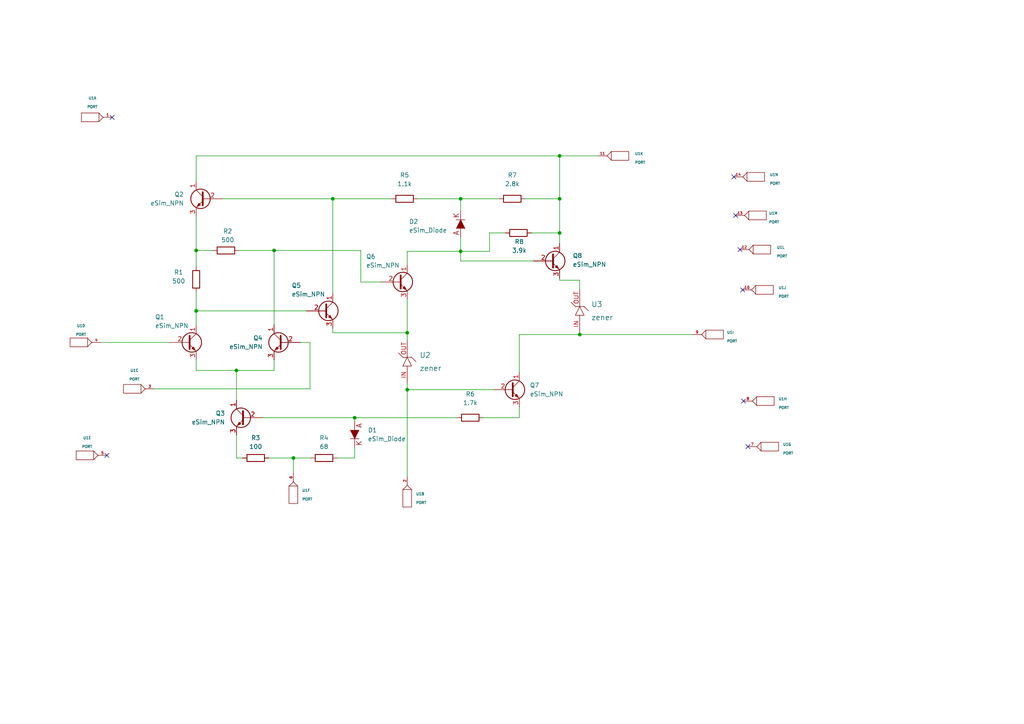
<source format=kicad_sch>
(kicad_sch (version 20211123) (generator eeschema)
  (paper "A4")
  (lib_symbols
    (symbol "eSim_Analog:zener" (pin_names (offset 1.016))
      (property "Reference" "U" (at -1.27 -2.54 0))
      (property "Value" "zener" (at 0 2.54 0))
      (symbol "zener_0_1"
        (polyline (pts (xy 2.54 -1.27) (xy 1.27 -2.54)))
        (polyline (pts (xy 2.54 1.27) (xy 2.54 -1.27)))
        (polyline (pts (xy 2.54 1.27) (xy 3.81 2.54)))
        (polyline (pts (xy 0 1.27) (xy 0 -1.27) (xy 2.54 0) (xy 0 1.27)))
      )
      (symbol "zener_1_1"
        (pin input line (at -5.08 0 0) (length 5.08) (name "~") (number "IN"))
        (pin output line (at 7.62 0 180) (length 5.08) (name "~") (number "OUT"))
      )
    )
    (symbol "eSim_Devices:eSim_Diode" (pin_numbers hide) (pin_names (offset 1.016) hide)
      (property "Reference" "D" (at 0 2.54 0))
      (property "Value" "eSim_Diode" (at 0 -2.54 0))
      (symbol "eSim_Diode_0_0"
        (text "A" (at -2.54 1.27 0) (effects (font (size 1.524 1.524))))
        (text "K" (at 2.54 1.27 0) (effects (font (size 1.524 1.524))))
      )
      (symbol "eSim_Diode_0_1"
        (polyline (pts (xy 1.27 1.27) (xy 1.27 -1.27)) (stroke (width 0.1524)))
        (polyline (pts (xy -1.27 1.27) (xy 1.27 0) (xy -1.27 -1.27)) (fill (type outline)))
      )
      (symbol "eSim_Diode_1_1"
        (pin passive line (at -3.81 0 0) (length 2.54) (name "A") (number "1"))
        (pin passive line (at 3.81 0 180) (length 2.54) (name "K") (number "2"))
      )
    )
    (symbol "eSim_Devices:eSim_NPN" (pin_names (offset 0) hide)
      (property "Reference" "Q" (at -2.54 1.27 0))
      (property "Value" "eSim_NPN" (at -1.27 3.81 0))
      (symbol "eSim_NPN_0_1"
        (polyline (pts (xy 0.635 0.635) (xy 2.54 2.54)))
        (polyline (pts (xy 0.635 -0.635) (xy 2.54 -2.54) (xy 2.54 -2.54)))
        (polyline (pts (xy 0.635 1.905) (xy 0.635 -1.905) (xy 0.635 -1.905)) (stroke (width 0.508)))
        (polyline (pts (xy 1.27 -1.778) (xy 1.778 -1.27) (xy 2.286 -2.286) (xy 1.27 -1.778) (xy 1.27 -1.778)) (fill (type outline)))
        (circle (center 1.27 0) (radius 2.8194) (stroke (width 0.254)))
      )
      (symbol "eSim_NPN_1_1"
        (pin passive line (at 2.54 5.08 270) (length 2.54) (name "C") (number "1"))
        (pin passive line (at -5.08 0 0) (length 5.715) (name "B") (number "2"))
        (pin passive line (at 2.54 -5.08 90) (length 2.54) (name "E") (number "3"))
      )
    )
    (symbol "eSim_Devices:resistor" (pin_numbers hide) (pin_names (offset 0))
      (property "Reference" "R" (at 1.27 3.302 0))
      (property "Value" "resistor" (at 1.27 -1.27 0))
      (symbol "resistor_0_1"
        (rectangle (start 3.81 0.254) (end -1.27 2.286) (stroke (width 0.254)))
      )
      (symbol "resistor_1_1"
        (pin passive line (at -2.54 1.27 0) (length 1.27) (name "~") (number "1"))
        (pin passive line (at 5.08 1.27 180) (length 1.27) (name "~") (number "2"))
      )
    )
    (symbol "eSim_Miscellaneous:PORT" (pin_names (offset 1.016))
      (property "Reference" "U" (at 1.27 2.54 0))
      (property "Value" "PORT" (at 0 0 0))
      (symbol "PORT_0_1"
        (rectangle (start -2.54 1.27) (end 2.54 -1.27))
        (arc (start 2.54 1.27) (mid 3.1355 0.5955) (end 3.81 0))
        (arc (start 3.81 0) (mid 3.1447 -0.6046) (end 2.54 -1.27))
      )
      (symbol "PORT_1_1"
        (pin bidirectional line (at 6.35 0 180) (length 2.54) (name "~") (number "1"))
      )
      (symbol "PORT_2_1"
        (pin bidirectional line (at 6.35 0 180) (length 2.54) (name "~") (number "2"))
      )
      (symbol "PORT_3_1"
        (pin bidirectional line (at 6.35 0 180) (length 2.54) (name "~") (number "3"))
      )
      (symbol "PORT_4_1"
        (pin bidirectional line (at 6.35 0 180) (length 2.54) (name "~") (number "4"))
      )
      (symbol "PORT_5_1"
        (pin bidirectional line (at 6.35 0 180) (length 2.54) (name "~") (number "5"))
      )
      (symbol "PORT_6_1"
        (pin bidirectional line (at 6.35 0 180) (length 2.54) (name "~") (number "6"))
      )
      (symbol "PORT_7_1"
        (pin bidirectional line (at 6.35 0 180) (length 2.54) (name "~") (number "7"))
      )
      (symbol "PORT_8_1"
        (pin bidirectional line (at 6.35 0 180) (length 2.54) (name "~") (number "8"))
      )
      (symbol "PORT_9_1"
        (pin bidirectional line (at 6.35 0 180) (length 2.54) (name "~") (number "9"))
      )
      (symbol "PORT_10_1"
        (pin bidirectional line (at 6.35 0 180) (length 2.54) (name "~") (number "10"))
      )
      (symbol "PORT_11_1"
        (pin bidirectional line (at 6.35 0 180) (length 2.54) (name "~") (number "11"))
      )
      (symbol "PORT_12_1"
        (pin bidirectional line (at 6.35 0 180) (length 2.54) (name "~") (number "12"))
      )
      (symbol "PORT_13_1"
        (pin bidirectional line (at 6.35 0 180) (length 2.54) (name "~") (number "13"))
      )
      (symbol "PORT_14_1"
        (pin bidirectional line (at 6.35 0 180) (length 2.54) (name "~") (number "14"))
      )
      (symbol "PORT_15_1"
        (pin bidirectional line (at 6.35 0 180) (length 2.54) (name "~") (number "15"))
      )
      (symbol "PORT_16_1"
        (pin bidirectional line (at 6.35 0 180) (length 2.54) (name "~") (number "16"))
      )
      (symbol "PORT_17_1"
        (pin bidirectional line (at 6.35 0 180) (length 2.54) (name "~") (number "17"))
      )
      (symbol "PORT_18_1"
        (pin bidirectional line (at 6.35 0 180) (length 2.54) (name "~") (number "18"))
      )
      (symbol "PORT_19_1"
        (pin bidirectional line (at 6.35 0 180) (length 2.54) (name "~") (number "19"))
      )
      (symbol "PORT_20_1"
        (pin bidirectional line (at 6.35 0 180) (length 2.54) (name "~") (number "20"))
      )
      (symbol "PORT_21_1"
        (pin bidirectional line (at 6.35 0 180) (length 2.54) (name "~") (number "21"))
      )
      (symbol "PORT_22_1"
        (pin bidirectional line (at 6.35 0 180) (length 2.54) (name "~") (number "22"))
      )
      (symbol "PORT_23_1"
        (pin bidirectional line (at 6.35 0 180) (length 2.54) (name "~") (number "23"))
      )
      (symbol "PORT_24_1"
        (pin bidirectional line (at 6.35 0 180) (length 2.54) (name "~") (number "24"))
      )
      (symbol "PORT_25_1"
        (pin bidirectional line (at 6.35 0 180) (length 2.54) (name "~") (number "25"))
      )
      (symbol "PORT_26_1"
        (pin bidirectional line (at 6.35 0 180) (length 2.54) (name "~") (number "26"))
      )
    )
  )
  (junction (at 56.896 72.644))
  (junction (at 96.52 57.658))
  (junction (at 133.604 72.898))
  (junction (at 162.306 45.212))
  (junction (at 68.58 107.442))
  (junction (at 85.09 132.842))
  (junction (at 118.11 96.52))
  (junction (at 133.604 57.658))
  (junction (at 162.306 67.564))
  (junction (at 162.306 57.658))
  (junction (at 102.87 121.158))
  (junction (at 56.896 90.17))
  (junction (at 79.502 72.644))
  (junction (at 168.148 97.028))
  (junction (at 118.11 113.03))
  (no_connect (at 212.852 51.308))
  (no_connect (at 32.512 34.036))
  (no_connect (at 214.63 72.39))
  (no_connect (at 215.392 84.074))
  (no_connect (at 215.646 116.332))
  (no_connect (at 213.36 62.484))
  (no_connect (at 30.988 132.08))
  (no_connect (at 216.916 129.54))
  (wire (pts (xy 162.306 57.658) (xy 162.306 45.212)))
  (wire (pts (xy 44.704 112.776) (xy 89.916 112.776)))
  (wire (pts (xy 64.516 57.658) (xy 96.52 57.658)))
  (wire (pts (xy 118.11 113.03) (xy 118.11 138.176)))
  (wire (pts (xy 118.11 96.52) (xy 96.52 96.52)))
  (wire (pts (xy 68.58 126.238) (xy 68.58 132.842)))
  (wire (pts (xy 79.502 72.644) (xy 104.648 72.644)))
  (wire (pts (xy 104.648 72.644) (xy 104.648 81.788)))
  (wire (pts (xy 56.896 90.17) (xy 56.896 94.234)))
  (wire (pts (xy 141.986 67.564) (xy 141.986 72.898)))
  (wire (pts (xy 79.502 72.644) (xy 79.502 94.234)))
  (wire (pts (xy 56.896 72.644) (xy 56.896 77.216)))
  (wire (pts (xy 56.896 107.442) (xy 68.58 107.442)))
  (wire (pts (xy 133.604 57.658) (xy 144.78 57.658)))
  (wire (pts (xy 162.306 57.658) (xy 162.306 67.564)))
  (wire (pts (xy 154.178 67.564) (xy 162.306 67.564)))
  (wire (pts (xy 118.11 72.898) (xy 133.604 72.898)))
  (wire (pts (xy 150.622 97.028) (xy 168.148 97.028)))
  (wire (pts (xy 85.09 132.842) (xy 90.17 132.842)))
  (wire (pts (xy 141.986 72.898) (xy 133.604 72.898)))
  (wire (pts (xy 143.002 113.03) (xy 118.11 113.03)))
  (wire (pts (xy 89.916 99.314) (xy 89.916 112.776)))
  (wire (pts (xy 168.148 83.82) (xy 168.148 81.28)))
  (wire (pts (xy 96.52 95.25) (xy 96.52 96.52)))
  (wire (pts (xy 121.158 57.658) (xy 133.604 57.658)))
  (wire (pts (xy 168.148 81.28) (xy 162.306 81.28)))
  (wire (pts (xy 118.11 72.898) (xy 118.11 76.708)))
  (wire (pts (xy 85.09 132.842) (xy 85.09 137.16)))
  (wire (pts (xy 133.604 57.658) (xy 133.604 61.214)))
  (wire (pts (xy 56.896 72.644) (xy 61.722 72.644)))
  (wire (pts (xy 162.306 81.28) (xy 162.306 80.772)))
  (wire (pts (xy 118.11 96.52) (xy 118.11 98.552)))
  (wire (pts (xy 77.978 132.842) (xy 85.09 132.842)))
  (wire (pts (xy 68.58 132.842) (xy 70.358 132.842)))
  (wire (pts (xy 97.79 132.842) (xy 102.87 132.842)))
  (wire (pts (xy 118.11 111.252) (xy 118.11 113.03)))
  (wire (pts (xy 79.502 107.442) (xy 79.502 104.394)))
  (wire (pts (xy 96.52 57.658) (xy 113.538 57.658)))
  (wire (pts (xy 56.896 52.578) (xy 56.896 45.212)))
  (wire (pts (xy 87.122 99.314) (xy 89.916 99.314)))
  (wire (pts (xy 102.87 121.158) (xy 132.588 121.158)))
  (wire (pts (xy 154.686 75.692) (xy 133.604 75.692)))
  (wire (pts (xy 102.87 121.158) (xy 102.87 122.174)))
  (wire (pts (xy 56.896 104.394) (xy 56.896 107.442)))
  (wire (pts (xy 56.896 62.738) (xy 56.896 72.644)))
  (wire (pts (xy 76.2 121.158) (xy 102.87 121.158)))
  (wire (pts (xy 102.87 129.794) (xy 102.87 132.842)))
  (wire (pts (xy 29.21 99.314) (xy 49.276 99.314)))
  (wire (pts (xy 68.58 107.442) (xy 79.502 107.442)))
  (wire (pts (xy 133.604 68.834) (xy 133.604 72.898)))
  (wire (pts (xy 133.604 72.898) (xy 133.604 75.692)))
  (wire (pts (xy 56.896 84.836) (xy 56.896 90.17)))
  (wire (pts (xy 162.306 45.212) (xy 173.482 45.212)))
  (wire (pts (xy 104.648 81.788) (xy 110.49 81.788)))
  (wire (pts (xy 150.622 107.95) (xy 150.622 97.028)))
  (wire (pts (xy 140.208 121.158) (xy 150.622 121.158)))
  (wire (pts (xy 150.622 118.11) (xy 150.622 121.158)))
  (wire (pts (xy 56.896 90.17) (xy 88.9 90.17)))
  (wire (pts (xy 118.11 86.868) (xy 118.11 96.52)))
  (wire (pts (xy 168.148 97.028) (xy 200.914 97.028)))
  (wire (pts (xy 162.306 67.564) (xy 162.306 70.612)))
  (wire (pts (xy 168.148 96.52) (xy 168.148 97.028)))
  (wire (pts (xy 68.58 107.442) (xy 68.58 116.078)))
  (wire (pts (xy 146.558 67.564) (xy 141.986 67.564)))
  (wire (pts (xy 152.4 57.658) (xy 162.306 57.658)))
  (wire (pts (xy 56.896 45.212) (xy 162.306 45.212)))
  (wire (pts (xy 69.342 72.644) (xy 79.502 72.644)))
  (wire (pts (xy 96.52 57.658) (xy 96.52 85.09)))
  (symbol (lib_id "eSim_Devices:resistor") (at 147.32 58.928 0) (unit 1)
    (property "Reference" "R7" (at 148.59 50.8 0))
    (property "Value" "2.8k" (at 148.59 53.34 0))
  )
  (symbol (lib_id "eSim_Miscellaneous:PORT") (at 221.996 116.332 180) (unit 8)
    (property "Reference" "U1" (at 225.806 115.697 0) (effects (font (size 0.762 0.762)) (justify right)))
    (property "Value" "PORT" (at 225.806 118.237 0) (effects (font (size 0.762 0.762)) (justify right)))
  )
  (symbol (lib_id "eSim_Devices:eSim_Diode") (at 133.604 65.024 90) (unit 1)
    (property "Reference" "D2" (at 118.618 64.262 90) (effects (justify right)))
    (property "Value" "eSim_Diode" (at 118.618 66.802 90) (effects (justify right)))
  )
  (symbol (lib_id "eSim_Analog:zener") (at 118.11 106.172 90) (unit 1)
    (property "Reference" "U2" (at 121.666 102.997 90) (effects (font (size 1.524 1.524)) (justify right)))
    (property "Value" "zener" (at 121.666 106.807 90) (effects (font (size 1.524 1.524)) (justify right)))
  )
  (symbol (lib_id "eSim_Devices:eSim_NPN") (at 148.082 113.03 0) (unit 1)
    (property "Reference" "Q7" (at 153.67 111.7599 0) (effects (justify left)))
    (property "Value" "eSim_NPN" (at 153.67 114.2999 0) (effects (justify left)))
  )
  (symbol (lib_id "eSim_Miscellaneous:PORT") (at 85.09 143.51 90) (unit 6)
    (property "Reference" "U1" (at 87.63 142.24 90) (effects (font (size 0.762 0.762)) (justify right)))
    (property "Value" "PORT" (at 87.63 144.78 90) (effects (font (size 0.762 0.762)) (justify right)))
  )
  (symbol (lib_id "eSim_Devices:eSim_NPN") (at 54.356 99.314 0) (unit 1)
    (property "Reference" "Q1" (at 44.958 91.948 0) (effects (justify left)))
    (property "Value" "eSim_NPN" (at 44.958 94.488 0) (effects (justify left)))
  )
  (symbol (lib_id "eSim_Devices:eSim_NPN") (at 59.436 57.658 0) (mirror y) (unit 1)
    (property "Reference" "Q2" (at 53.34 56.3879 0) (effects (justify left)))
    (property "Value" "eSim_NPN" (at 53.34 58.9279 0) (effects (justify left)))
  )
  (symbol (lib_id "eSim_Analog:zener") (at 168.148 91.44 90) (unit 1)
    (property "Reference" "U3" (at 171.45 88.265 90) (effects (font (size 1.524 1.524)) (justify right)))
    (property "Value" "zener" (at 171.45 92.075 90) (effects (font (size 1.524 1.524)) (justify right)))
  )
  (symbol (lib_id "eSim_Devices:resistor") (at 64.262 73.914 0) (unit 1)
    (property "Reference" "R2" (at 66.04 67.056 0))
    (property "Value" "500" (at 66.04 69.596 0))
  )
  (symbol (lib_id "eSim_Devices:resistor") (at 55.626 79.756 270) (unit 1)
    (property "Reference" "R1" (at 51.816 78.994 90))
    (property "Value" "500" (at 51.816 81.534 90))
  )
  (symbol (lib_id "eSim_Miscellaneous:PORT") (at 220.98 72.39 180) (unit 12)
    (property "Reference" "U1" (at 225.298 71.755 0) (effects (font (size 0.762 0.762)) (justify right)))
    (property "Value" "PORT" (at 225.298 74.295 0) (effects (font (size 0.762 0.762)) (justify right)))
  )
  (symbol (lib_id "eSim_Miscellaneous:PORT") (at 179.832 45.212 180) (unit 11)
    (property "Reference" "U1" (at 184.15 44.577 0) (effects (font (size 0.762 0.762)) (justify right)))
    (property "Value" "PORT" (at 184.15 47.117 0) (effects (font (size 0.762 0.762)) (justify right)))
  )
  (symbol (lib_id "eSim_Devices:eSim_NPN") (at 159.766 75.692 0) (unit 1)
    (property "Reference" "Q8" (at 166.116 74.168 0) (effects (justify left)))
    (property "Value" "eSim_NPN" (at 166.116 76.708 0) (effects (justify left)))
  )
  (symbol (lib_id "eSim_Devices:eSim_NPN") (at 82.042 99.314 0) (mirror y) (unit 1)
    (property "Reference" "Q4" (at 76.2 98.0439 0) (effects (justify left)))
    (property "Value" "eSim_NPN" (at 76.2 100.5839 0) (effects (justify left)))
  )
  (symbol (lib_id "eSim_Devices:resistor") (at 149.098 68.834 0) (unit 1)
    (property "Reference" "R8" (at 150.622 70.104 0))
    (property "Value" "3.9k" (at 150.622 72.644 0))
  )
  (symbol (lib_id "eSim_Devices:resistor") (at 72.898 134.112 0) (unit 1)
    (property "Reference" "R3" (at 74.168 127 0))
    (property "Value" "100" (at 74.168 129.54 0))
  )
  (symbol (lib_id "eSim_Miscellaneous:PORT") (at 24.638 132.08 0) (unit 5)
    (property "Reference" "U1" (at 25.273 127 0) (effects (font (size 0.762 0.762))))
    (property "Value" "PORT" (at 25.273 129.54 0) (effects (font (size 0.762 0.762))))
  )
  (symbol (lib_id "eSim_Miscellaneous:PORT") (at 26.162 34.036 0) (unit 1)
    (property "Reference" "U1" (at 26.797 28.448 0) (effects (font (size 0.762 0.762))))
    (property "Value" "PORT" (at 26.797 30.988 0) (effects (font (size 0.762 0.762))))
  )
  (symbol (lib_id "eSim_Devices:eSim_NPN") (at 71.12 121.158 0) (mirror y) (unit 1)
    (property "Reference" "Q3" (at 65.278 119.8879 0) (effects (justify left)))
    (property "Value" "eSim_NPN" (at 65.278 122.4279 0) (effects (justify left)))
  )
  (symbol (lib_id "eSim_Miscellaneous:PORT") (at 118.11 144.526 90) (unit 2)
    (property "Reference" "U1" (at 120.65 143.256 90) (effects (font (size 0.762 0.762)) (justify right)))
    (property "Value" "PORT" (at 120.65 145.796 90) (effects (font (size 0.762 0.762)) (justify right)))
  )
  (symbol (lib_id "eSim_Devices:eSim_NPN") (at 115.57 81.788 0) (unit 1)
    (property "Reference" "Q6" (at 106.172 74.422 0) (effects (justify left)))
    (property "Value" "eSim_NPN" (at 106.172 76.962 0) (effects (justify left)))
  )
  (symbol (lib_id "eSim_Devices:resistor") (at 116.078 58.928 0) (unit 1)
    (property "Reference" "R5" (at 117.348 50.8 0))
    (property "Value" "1.1k" (at 117.348 53.34 0))
  )
  (symbol (lib_id "eSim_Devices:resistor") (at 135.128 122.428 0) (unit 1)
    (property "Reference" "R6" (at 136.398 114.3 0))
    (property "Value" "1.7k" (at 136.398 116.84 0))
  )
  (symbol (lib_id "eSim_Miscellaneous:PORT") (at 219.71 62.484 180) (unit 13)
    (property "Reference" "U1" (at 223.012 61.849 0) (effects (font (size 0.762 0.762)) (justify right)))
    (property "Value" "PORT" (at 223.012 64.389 0) (effects (font (size 0.762 0.762)) (justify right)))
  )
  (symbol (lib_id "eSim_Miscellaneous:PORT") (at 223.266 129.54 180) (unit 7)
    (property "Reference" "U1" (at 227.076 128.905 0) (effects (font (size 0.762 0.762)) (justify right)))
    (property "Value" "PORT" (at 227.076 131.445 0) (effects (font (size 0.762 0.762)) (justify right)))
  )
  (symbol (lib_id "eSim_Devices:eSim_NPN") (at 93.98 90.17 0) (unit 1)
    (property "Reference" "Q5" (at 84.582 82.804 0) (effects (justify left)))
    (property "Value" "eSim_NPN" (at 84.582 85.344 0) (effects (justify left)))
  )
  (symbol (lib_id "eSim_Devices:eSim_Diode") (at 102.87 125.984 270) (unit 1)
    (property "Reference" "D1" (at 106.68 124.7683 90) (effects (justify left)))
    (property "Value" "eSim_Diode" (at 106.68 127.3083 90) (effects (justify left)))
  )
  (symbol (lib_id "eSim_Miscellaneous:PORT") (at 219.202 51.308 180) (unit 14)
    (property "Reference" "U1" (at 223.266 50.673 0) (effects (font (size 0.762 0.762)) (justify right)))
    (property "Value" "PORT" (at 223.266 53.213 0) (effects (font (size 0.762 0.762)) (justify right)))
  )
  (symbol (lib_id "eSim_Miscellaneous:PORT") (at 207.264 97.028 180) (unit 9)
    (property "Reference" "U1" (at 210.82 96.393 0) (effects (font (size 0.762 0.762)) (justify right)))
    (property "Value" "PORT" (at 210.82 98.933 0) (effects (font (size 0.762 0.762)) (justify right)))
  )
  (symbol (lib_id "eSim_Miscellaneous:PORT") (at 38.354 112.776 0) (unit 3)
    (property "Reference" "U1" (at 38.989 107.442 0) (effects (font (size 0.762 0.762))))
    (property "Value" "PORT" (at 38.989 109.982 0) (effects (font (size 0.762 0.762))))
  )
  (symbol (lib_id "eSim_Miscellaneous:PORT") (at 221.742 84.074 180) (unit 10)
    (property "Reference" "U1" (at 225.806 83.439 0) (effects (font (size 0.762 0.762)) (justify right)))
    (property "Value" "PORT" (at 225.806 85.979 0) (effects (font (size 0.762 0.762)) (justify right)))
  )
  (symbol (lib_id "eSim_Miscellaneous:PORT") (at 22.86 99.314 0) (unit 4)
    (property "Reference" "U1" (at 23.495 94.488 0) (effects (font (size 0.762 0.762))))
    (property "Value" "PORT" (at 23.495 97.028 0) (effects (font (size 0.762 0.762))))
  )
  (symbol (lib_id "eSim_Devices:resistor") (at 92.71 134.112 0) (unit 1)
    (property "Reference" "R4" (at 93.98 127 0))
    (property "Value" "68" (at 93.98 129.54 0))
  )
)
</source>
